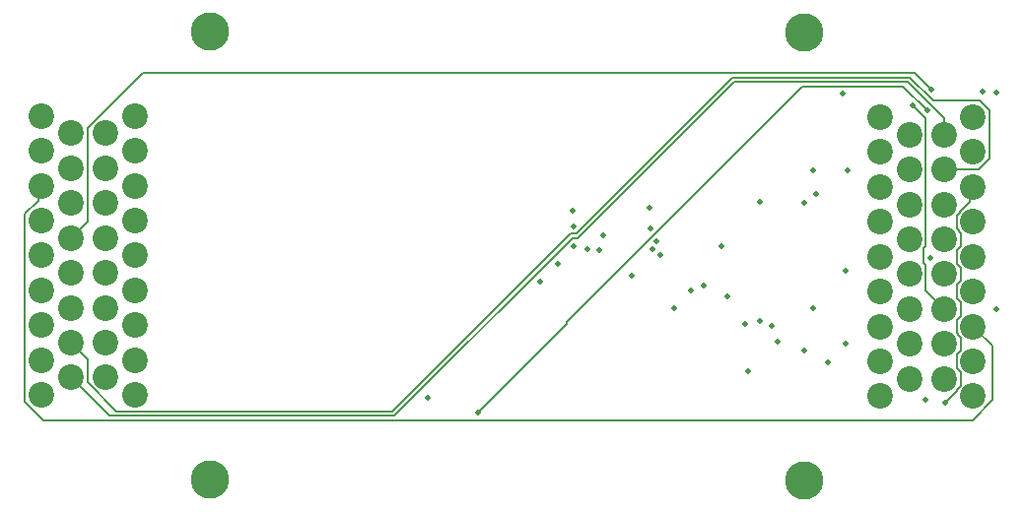
<source format=gbr>
G04*
G04 #@! TF.GenerationSoftware,Altium Limited,Altium Designer,22.4.2 (48)*
G04*
G04 Layer_Physical_Order=3*
G04 Layer_Color=16440176*
%FSLAX25Y25*%
%MOIN*%
G70*
G04*
G04 #@! TF.SameCoordinates,6C7EA4D3-1DBA-4452-8A60-7FA1E15C8F26*
G04*
G04*
G04 #@! TF.FilePolarity,Positive*
G04*
G01*
G75*
%ADD15C,0.00500*%
%ADD17C,0.12992*%
%ADD18C,0.08661*%
%ADD19C,0.01968*%
D15*
X287941Y167441D02*
Y168119D01*
X290050Y196709D02*
X291900D01*
X289428Y198209D02*
X291279D01*
X367822Y248000D02*
X401925D01*
X409963Y239963D01*
X405239Y241480D02*
X409514Y237205D01*
X405033Y241480D02*
X405239D01*
X412094Y243112D02*
X427898D01*
X404206Y251000D02*
X412094Y243112D01*
X403585Y249500D02*
X415744Y237341D01*
X427898Y243112D02*
X431167Y239843D01*
X415744Y231626D02*
Y237341D01*
X291900Y196709D02*
X344691Y249500D01*
X403585D01*
X344070Y251000D02*
X404206D01*
X291279Y198209D02*
X344070Y251000D01*
X287941Y168119D02*
X367822Y248000D01*
X125927Y233745D02*
X144683Y252500D01*
X405866D01*
X411433Y246933D01*
X258000Y137500D02*
X287941Y167441D01*
X409487Y178828D02*
X415744Y172571D01*
X408766Y188301D02*
X409514Y187553D01*
Y182720D02*
Y187553D01*
X409487Y178828D02*
Y182693D01*
X408766Y188301D02*
Y193133D01*
X409514Y193881D02*
Y237205D01*
X408766Y193133D02*
X409514Y193881D01*
X409487Y182693D02*
X409514Y182720D01*
X111192Y134919D02*
X425355D01*
X104923Y141188D02*
X111192Y134919D01*
X425355D02*
X432199Y141764D01*
X420006Y192562D02*
X421000Y193556D01*
Y186982D02*
X421325Y186657D01*
X420006Y187994D02*
Y192562D01*
X421325Y158485D02*
Y163035D01*
X420604Y175567D02*
Y175604D01*
X421325Y170296D02*
Y174846D01*
X420006Y152579D02*
Y157129D01*
X420859Y163500D02*
Y163537D01*
X421043Y151506D02*
Y151543D01*
X421325Y193918D02*
Y198468D01*
X420415Y199415D02*
X421165Y198665D01*
X420604Y175567D02*
X421325Y174846D01*
X420006Y164390D02*
X420859Y163537D01*
X420006Y204373D02*
X421000Y205367D01*
Y193593D02*
X421325Y193918D01*
Y182107D02*
Y186657D01*
X420006Y176201D02*
Y180751D01*
Y168940D02*
X421000Y169934D01*
X421043Y151506D02*
X421325Y151224D01*
X420006Y152579D02*
X421043Y151543D01*
X421325Y146674D02*
Y151224D01*
X421000Y205367D02*
Y205404D01*
X424425Y208829D01*
X421000Y186982D02*
Y187000D01*
Y193556D02*
Y193593D01*
X420006Y199823D02*
X420415Y199415D01*
X424425Y208829D02*
Y212748D01*
X421000Y181782D02*
X421325Y182107D01*
X421000Y169971D02*
X421325Y170296D01*
X421000Y169934D02*
Y169971D01*
X420006Y187994D02*
X421000Y187000D01*
X424425Y212748D02*
X425587Y213910D01*
X420006Y180751D02*
X421000Y181746D01*
X420859Y163500D02*
X421325Y163035D01*
X421000Y181746D02*
Y181782D01*
Y158124D02*
Y158160D01*
X420006Y199823D02*
Y204373D01*
X421000Y158160D02*
X421325Y158485D01*
X420006Y176201D02*
X420604Y175604D01*
X420006Y157129D02*
X421000Y158124D01*
X420415Y199415D02*
Y199415D01*
X416000Y141000D02*
X420006Y145006D01*
X421165Y198628D02*
X421325Y198468D01*
X420006Y145318D02*
X421000Y146312D01*
X420006Y145006D02*
Y145318D01*
X432199Y141764D02*
Y160053D01*
X421000Y146312D02*
Y146349D01*
X425587Y166665D02*
X432199Y160053D01*
X421000Y146349D02*
X421325Y146674D01*
X420006Y164390D02*
Y168940D01*
X421165Y198628D02*
Y198665D01*
X104923Y204867D02*
X109342Y209285D01*
Y213204D01*
X104923Y141188D02*
Y204867D01*
X109342Y213204D02*
X110504Y214366D01*
X229138Y137919D02*
X289428Y198209D01*
X135751Y137919D02*
X229138D01*
X125927Y147743D02*
X135751Y137919D01*
X125927Y147743D02*
Y155636D01*
X120346Y161216D02*
X125927Y155636D01*
X229760Y136419D02*
X290050Y196709D01*
X133333Y136419D02*
X229760D01*
X120346Y149406D02*
X133333Y136419D01*
X415744Y219815D02*
X427573D01*
X431167Y223409D01*
Y239843D01*
X125927Y202230D02*
Y233745D01*
X120346Y196650D02*
X125927Y202230D01*
D17*
X368500Y114500D02*
D03*
Y266075D02*
D03*
X167591Y266531D02*
D03*
Y114957D02*
D03*
D18*
X394091Y237531D02*
D03*
Y225721D02*
D03*
Y213910D02*
D03*
Y202098D02*
D03*
Y190287D02*
D03*
Y178476D02*
D03*
Y166665D02*
D03*
Y154854D02*
D03*
Y143043D02*
D03*
X403933Y231626D02*
D03*
Y219815D02*
D03*
Y208004D02*
D03*
Y196193D02*
D03*
Y184382D02*
D03*
Y172571D02*
D03*
Y160760D02*
D03*
Y148949D02*
D03*
X415744Y231626D02*
D03*
Y219815D02*
D03*
Y208004D02*
D03*
Y196193D02*
D03*
Y184382D02*
D03*
Y172571D02*
D03*
Y160760D02*
D03*
Y148949D02*
D03*
X425587Y237531D02*
D03*
Y225721D02*
D03*
Y213910D02*
D03*
Y202098D02*
D03*
Y190287D02*
D03*
Y178476D02*
D03*
Y166665D02*
D03*
Y154854D02*
D03*
Y143043D02*
D03*
X142000Y143500D02*
D03*
Y155311D02*
D03*
Y167122D02*
D03*
Y178933D02*
D03*
Y190744D02*
D03*
Y202555D02*
D03*
Y214366D02*
D03*
Y226177D02*
D03*
Y237988D02*
D03*
X132158Y149406D02*
D03*
Y161216D02*
D03*
Y173028D02*
D03*
Y184839D02*
D03*
Y196650D02*
D03*
Y208461D02*
D03*
Y220272D02*
D03*
Y232083D02*
D03*
X120346Y149406D02*
D03*
Y161216D02*
D03*
Y173028D02*
D03*
Y184839D02*
D03*
Y196650D02*
D03*
Y208461D02*
D03*
Y220272D02*
D03*
Y232083D02*
D03*
X110504Y143500D02*
D03*
Y155311D02*
D03*
Y167122D02*
D03*
Y178933D02*
D03*
Y190744D02*
D03*
Y202555D02*
D03*
Y214366D02*
D03*
Y226177D02*
D03*
Y237988D02*
D03*
D19*
X290500Y194000D02*
D03*
X290354Y200444D02*
D03*
X279000Y182000D02*
D03*
X285000Y188000D02*
D03*
X300500Y197500D02*
D03*
X290000Y206000D02*
D03*
X310000Y184000D02*
D03*
X299000Y192500D02*
D03*
X295000Y193000D02*
D03*
X381500Y245500D02*
D03*
X428805Y246126D02*
D03*
X409963Y239963D02*
D03*
X405033Y241480D02*
D03*
X258000Y137500D02*
D03*
X416000Y141000D02*
D03*
X241000Y142620D02*
D03*
X433500Y246000D02*
D03*
Y172500D02*
D03*
X411000Y189885D02*
D03*
X409500Y142000D02*
D03*
X353500Y209000D02*
D03*
X411433Y246933D02*
D03*
X316170Y206830D02*
D03*
X316500Y200000D02*
D03*
X317000Y193000D02*
D03*
X318527Y195545D02*
D03*
X342500Y177000D02*
D03*
X348500Y167500D02*
D03*
X357500Y167000D02*
D03*
X349500Y151500D02*
D03*
X359500Y161500D02*
D03*
X382500Y185500D02*
D03*
X371500Y173000D02*
D03*
X368500Y158500D02*
D03*
X376500Y154500D02*
D03*
X382500Y161000D02*
D03*
X371500Y219500D02*
D03*
X324500Y173000D02*
D03*
X383000Y219500D02*
D03*
X319814Y190814D02*
D03*
X368500Y208500D02*
D03*
X372500Y211500D02*
D03*
X334500Y180500D02*
D03*
X353500Y168500D02*
D03*
X330000Y179000D02*
D03*
X340500Y194000D02*
D03*
M02*

</source>
